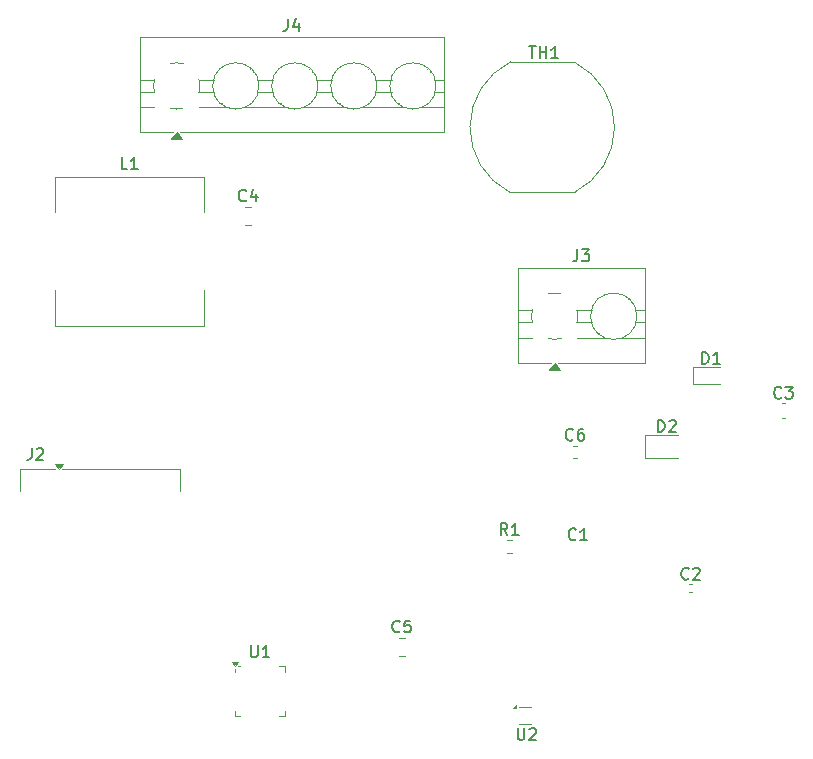
<source format=gbr>
%TF.GenerationSoftware,KiCad,Pcbnew,9.0.0*%
%TF.CreationDate,2025-03-31T12:00:39+05:30*%
%TF.ProjectId,ass kicad,61737320-6b69-4636-9164-2e6b69636164,rev?*%
%TF.SameCoordinates,Original*%
%TF.FileFunction,Legend,Top*%
%TF.FilePolarity,Positive*%
%FSLAX46Y46*%
G04 Gerber Fmt 4.6, Leading zero omitted, Abs format (unit mm)*
G04 Created by KiCad (PCBNEW 9.0.0) date 2025-03-31 12:00:39*
%MOMM*%
%LPD*%
G01*
G04 APERTURE LIST*
%ADD10C,0.150000*%
%ADD11C,0.120000*%
G04 APERTURE END LIST*
D10*
X158058333Y-94429580D02*
X158010714Y-94477200D01*
X158010714Y-94477200D02*
X157867857Y-94524819D01*
X157867857Y-94524819D02*
X157772619Y-94524819D01*
X157772619Y-94524819D02*
X157629762Y-94477200D01*
X157629762Y-94477200D02*
X157534524Y-94381961D01*
X157534524Y-94381961D02*
X157486905Y-94286723D01*
X157486905Y-94286723D02*
X157439286Y-94096247D01*
X157439286Y-94096247D02*
X157439286Y-93953390D01*
X157439286Y-93953390D02*
X157486905Y-93762914D01*
X157486905Y-93762914D02*
X157534524Y-93667676D01*
X157534524Y-93667676D02*
X157629762Y-93572438D01*
X157629762Y-93572438D02*
X157772619Y-93524819D01*
X157772619Y-93524819D02*
X157867857Y-93524819D01*
X157867857Y-93524819D02*
X158010714Y-93572438D01*
X158010714Y-93572438D02*
X158058333Y-93620057D01*
X158915476Y-93524819D02*
X158725000Y-93524819D01*
X158725000Y-93524819D02*
X158629762Y-93572438D01*
X158629762Y-93572438D02*
X158582143Y-93620057D01*
X158582143Y-93620057D02*
X158486905Y-93762914D01*
X158486905Y-93762914D02*
X158439286Y-93953390D01*
X158439286Y-93953390D02*
X158439286Y-94334342D01*
X158439286Y-94334342D02*
X158486905Y-94429580D01*
X158486905Y-94429580D02*
X158534524Y-94477200D01*
X158534524Y-94477200D02*
X158629762Y-94524819D01*
X158629762Y-94524819D02*
X158820238Y-94524819D01*
X158820238Y-94524819D02*
X158915476Y-94477200D01*
X158915476Y-94477200D02*
X158963095Y-94429580D01*
X158963095Y-94429580D02*
X159010714Y-94334342D01*
X159010714Y-94334342D02*
X159010714Y-94096247D01*
X159010714Y-94096247D02*
X158963095Y-94001009D01*
X158963095Y-94001009D02*
X158915476Y-93953390D01*
X158915476Y-93953390D02*
X158820238Y-93905771D01*
X158820238Y-93905771D02*
X158629762Y-93905771D01*
X158629762Y-93905771D02*
X158534524Y-93953390D01*
X158534524Y-93953390D02*
X158486905Y-94001009D01*
X158486905Y-94001009D02*
X158439286Y-94096247D01*
X158416666Y-78334819D02*
X158416666Y-79049104D01*
X158416666Y-79049104D02*
X158369047Y-79191961D01*
X158369047Y-79191961D02*
X158273809Y-79287200D01*
X158273809Y-79287200D02*
X158130952Y-79334819D01*
X158130952Y-79334819D02*
X158035714Y-79334819D01*
X158797619Y-78334819D02*
X159416666Y-78334819D01*
X159416666Y-78334819D02*
X159083333Y-78715771D01*
X159083333Y-78715771D02*
X159226190Y-78715771D01*
X159226190Y-78715771D02*
X159321428Y-78763390D01*
X159321428Y-78763390D02*
X159369047Y-78811009D01*
X159369047Y-78811009D02*
X159416666Y-78906247D01*
X159416666Y-78906247D02*
X159416666Y-79144342D01*
X159416666Y-79144342D02*
X159369047Y-79239580D01*
X159369047Y-79239580D02*
X159321428Y-79287200D01*
X159321428Y-79287200D02*
X159226190Y-79334819D01*
X159226190Y-79334819D02*
X158940476Y-79334819D01*
X158940476Y-79334819D02*
X158845238Y-79287200D01*
X158845238Y-79287200D02*
X158797619Y-79239580D01*
X175705833Y-90869580D02*
X175658214Y-90917200D01*
X175658214Y-90917200D02*
X175515357Y-90964819D01*
X175515357Y-90964819D02*
X175420119Y-90964819D01*
X175420119Y-90964819D02*
X175277262Y-90917200D01*
X175277262Y-90917200D02*
X175182024Y-90821961D01*
X175182024Y-90821961D02*
X175134405Y-90726723D01*
X175134405Y-90726723D02*
X175086786Y-90536247D01*
X175086786Y-90536247D02*
X175086786Y-90393390D01*
X175086786Y-90393390D02*
X175134405Y-90202914D01*
X175134405Y-90202914D02*
X175182024Y-90107676D01*
X175182024Y-90107676D02*
X175277262Y-90012438D01*
X175277262Y-90012438D02*
X175420119Y-89964819D01*
X175420119Y-89964819D02*
X175515357Y-89964819D01*
X175515357Y-89964819D02*
X175658214Y-90012438D01*
X175658214Y-90012438D02*
X175705833Y-90060057D01*
X176039167Y-89964819D02*
X176658214Y-89964819D01*
X176658214Y-89964819D02*
X176324881Y-90345771D01*
X176324881Y-90345771D02*
X176467738Y-90345771D01*
X176467738Y-90345771D02*
X176562976Y-90393390D01*
X176562976Y-90393390D02*
X176610595Y-90441009D01*
X176610595Y-90441009D02*
X176658214Y-90536247D01*
X176658214Y-90536247D02*
X176658214Y-90774342D01*
X176658214Y-90774342D02*
X176610595Y-90869580D01*
X176610595Y-90869580D02*
X176562976Y-90917200D01*
X176562976Y-90917200D02*
X176467738Y-90964819D01*
X176467738Y-90964819D02*
X176182024Y-90964819D01*
X176182024Y-90964819D02*
X176086786Y-90917200D01*
X176086786Y-90917200D02*
X176039167Y-90869580D01*
X120333333Y-71554819D02*
X119857143Y-71554819D01*
X119857143Y-71554819D02*
X119857143Y-70554819D01*
X121190476Y-71554819D02*
X120619048Y-71554819D01*
X120904762Y-71554819D02*
X120904762Y-70554819D01*
X120904762Y-70554819D02*
X120809524Y-70697676D01*
X120809524Y-70697676D02*
X120714286Y-70792914D01*
X120714286Y-70792914D02*
X120619048Y-70840533D01*
X153363095Y-118879819D02*
X153363095Y-119689342D01*
X153363095Y-119689342D02*
X153410714Y-119784580D01*
X153410714Y-119784580D02*
X153458333Y-119832200D01*
X153458333Y-119832200D02*
X153553571Y-119879819D01*
X153553571Y-119879819D02*
X153744047Y-119879819D01*
X153744047Y-119879819D02*
X153839285Y-119832200D01*
X153839285Y-119832200D02*
X153886904Y-119784580D01*
X153886904Y-119784580D02*
X153934523Y-119689342D01*
X153934523Y-119689342D02*
X153934523Y-118879819D01*
X154363095Y-118975057D02*
X154410714Y-118927438D01*
X154410714Y-118927438D02*
X154505952Y-118879819D01*
X154505952Y-118879819D02*
X154744047Y-118879819D01*
X154744047Y-118879819D02*
X154839285Y-118927438D01*
X154839285Y-118927438D02*
X154886904Y-118975057D01*
X154886904Y-118975057D02*
X154934523Y-119070295D01*
X154934523Y-119070295D02*
X154934523Y-119165533D01*
X154934523Y-119165533D02*
X154886904Y-119308390D01*
X154886904Y-119308390D02*
X154315476Y-119879819D01*
X154315476Y-119879819D02*
X154934523Y-119879819D01*
X112216666Y-95172319D02*
X112216666Y-95886604D01*
X112216666Y-95886604D02*
X112169047Y-96029461D01*
X112169047Y-96029461D02*
X112073809Y-96124700D01*
X112073809Y-96124700D02*
X111930952Y-96172319D01*
X111930952Y-96172319D02*
X111835714Y-96172319D01*
X112645238Y-95267557D02*
X112692857Y-95219938D01*
X112692857Y-95219938D02*
X112788095Y-95172319D01*
X112788095Y-95172319D02*
X113026190Y-95172319D01*
X113026190Y-95172319D02*
X113121428Y-95219938D01*
X113121428Y-95219938D02*
X113169047Y-95267557D01*
X113169047Y-95267557D02*
X113216666Y-95362795D01*
X113216666Y-95362795D02*
X113216666Y-95458033D01*
X113216666Y-95458033D02*
X113169047Y-95600890D01*
X113169047Y-95600890D02*
X112597619Y-96172319D01*
X112597619Y-96172319D02*
X113216666Y-96172319D01*
X154314286Y-61154819D02*
X154885714Y-61154819D01*
X154600000Y-62154819D02*
X154600000Y-61154819D01*
X155219048Y-62154819D02*
X155219048Y-61154819D01*
X155219048Y-61631009D02*
X155790476Y-61631009D01*
X155790476Y-62154819D02*
X155790476Y-61154819D01*
X156790476Y-62154819D02*
X156219048Y-62154819D01*
X156504762Y-62154819D02*
X156504762Y-61154819D01*
X156504762Y-61154819D02*
X156409524Y-61297676D01*
X156409524Y-61297676D02*
X156314286Y-61392914D01*
X156314286Y-61392914D02*
X156219048Y-61440533D01*
X143383333Y-110679580D02*
X143335714Y-110727200D01*
X143335714Y-110727200D02*
X143192857Y-110774819D01*
X143192857Y-110774819D02*
X143097619Y-110774819D01*
X143097619Y-110774819D02*
X142954762Y-110727200D01*
X142954762Y-110727200D02*
X142859524Y-110631961D01*
X142859524Y-110631961D02*
X142811905Y-110536723D01*
X142811905Y-110536723D02*
X142764286Y-110346247D01*
X142764286Y-110346247D02*
X142764286Y-110203390D01*
X142764286Y-110203390D02*
X142811905Y-110012914D01*
X142811905Y-110012914D02*
X142859524Y-109917676D01*
X142859524Y-109917676D02*
X142954762Y-109822438D01*
X142954762Y-109822438D02*
X143097619Y-109774819D01*
X143097619Y-109774819D02*
X143192857Y-109774819D01*
X143192857Y-109774819D02*
X143335714Y-109822438D01*
X143335714Y-109822438D02*
X143383333Y-109870057D01*
X144288095Y-109774819D02*
X143811905Y-109774819D01*
X143811905Y-109774819D02*
X143764286Y-110251009D01*
X143764286Y-110251009D02*
X143811905Y-110203390D01*
X143811905Y-110203390D02*
X143907143Y-110155771D01*
X143907143Y-110155771D02*
X144145238Y-110155771D01*
X144145238Y-110155771D02*
X144240476Y-110203390D01*
X144240476Y-110203390D02*
X144288095Y-110251009D01*
X144288095Y-110251009D02*
X144335714Y-110346247D01*
X144335714Y-110346247D02*
X144335714Y-110584342D01*
X144335714Y-110584342D02*
X144288095Y-110679580D01*
X144288095Y-110679580D02*
X144240476Y-110727200D01*
X144240476Y-110727200D02*
X144145238Y-110774819D01*
X144145238Y-110774819D02*
X143907143Y-110774819D01*
X143907143Y-110774819D02*
X143811905Y-110727200D01*
X143811905Y-110727200D02*
X143764286Y-110679580D01*
X168974405Y-88024819D02*
X168974405Y-87024819D01*
X168974405Y-87024819D02*
X169212500Y-87024819D01*
X169212500Y-87024819D02*
X169355357Y-87072438D01*
X169355357Y-87072438D02*
X169450595Y-87167676D01*
X169450595Y-87167676D02*
X169498214Y-87262914D01*
X169498214Y-87262914D02*
X169545833Y-87453390D01*
X169545833Y-87453390D02*
X169545833Y-87596247D01*
X169545833Y-87596247D02*
X169498214Y-87786723D01*
X169498214Y-87786723D02*
X169450595Y-87881961D01*
X169450595Y-87881961D02*
X169355357Y-87977200D01*
X169355357Y-87977200D02*
X169212500Y-88024819D01*
X169212500Y-88024819D02*
X168974405Y-88024819D01*
X170498214Y-88024819D02*
X169926786Y-88024819D01*
X170212500Y-88024819D02*
X170212500Y-87024819D01*
X170212500Y-87024819D02*
X170117262Y-87167676D01*
X170117262Y-87167676D02*
X170022024Y-87262914D01*
X170022024Y-87262914D02*
X169926786Y-87310533D01*
X130775595Y-111874819D02*
X130775595Y-112684342D01*
X130775595Y-112684342D02*
X130823214Y-112779580D01*
X130823214Y-112779580D02*
X130870833Y-112827200D01*
X130870833Y-112827200D02*
X130966071Y-112874819D01*
X130966071Y-112874819D02*
X131156547Y-112874819D01*
X131156547Y-112874819D02*
X131251785Y-112827200D01*
X131251785Y-112827200D02*
X131299404Y-112779580D01*
X131299404Y-112779580D02*
X131347023Y-112684342D01*
X131347023Y-112684342D02*
X131347023Y-111874819D01*
X132347023Y-112874819D02*
X131775595Y-112874819D01*
X132061309Y-112874819D02*
X132061309Y-111874819D01*
X132061309Y-111874819D02*
X131966071Y-112017676D01*
X131966071Y-112017676D02*
X131870833Y-112112914D01*
X131870833Y-112112914D02*
X131775595Y-112160533D01*
X167853333Y-106199580D02*
X167805714Y-106247200D01*
X167805714Y-106247200D02*
X167662857Y-106294819D01*
X167662857Y-106294819D02*
X167567619Y-106294819D01*
X167567619Y-106294819D02*
X167424762Y-106247200D01*
X167424762Y-106247200D02*
X167329524Y-106151961D01*
X167329524Y-106151961D02*
X167281905Y-106056723D01*
X167281905Y-106056723D02*
X167234286Y-105866247D01*
X167234286Y-105866247D02*
X167234286Y-105723390D01*
X167234286Y-105723390D02*
X167281905Y-105532914D01*
X167281905Y-105532914D02*
X167329524Y-105437676D01*
X167329524Y-105437676D02*
X167424762Y-105342438D01*
X167424762Y-105342438D02*
X167567619Y-105294819D01*
X167567619Y-105294819D02*
X167662857Y-105294819D01*
X167662857Y-105294819D02*
X167805714Y-105342438D01*
X167805714Y-105342438D02*
X167853333Y-105390057D01*
X168234286Y-105390057D02*
X168281905Y-105342438D01*
X168281905Y-105342438D02*
X168377143Y-105294819D01*
X168377143Y-105294819D02*
X168615238Y-105294819D01*
X168615238Y-105294819D02*
X168710476Y-105342438D01*
X168710476Y-105342438D02*
X168758095Y-105390057D01*
X168758095Y-105390057D02*
X168805714Y-105485295D01*
X168805714Y-105485295D02*
X168805714Y-105580533D01*
X168805714Y-105580533D02*
X168758095Y-105723390D01*
X168758095Y-105723390D02*
X168186667Y-106294819D01*
X168186667Y-106294819D02*
X168805714Y-106294819D01*
X130383333Y-74179580D02*
X130335714Y-74227200D01*
X130335714Y-74227200D02*
X130192857Y-74274819D01*
X130192857Y-74274819D02*
X130097619Y-74274819D01*
X130097619Y-74274819D02*
X129954762Y-74227200D01*
X129954762Y-74227200D02*
X129859524Y-74131961D01*
X129859524Y-74131961D02*
X129811905Y-74036723D01*
X129811905Y-74036723D02*
X129764286Y-73846247D01*
X129764286Y-73846247D02*
X129764286Y-73703390D01*
X129764286Y-73703390D02*
X129811905Y-73512914D01*
X129811905Y-73512914D02*
X129859524Y-73417676D01*
X129859524Y-73417676D02*
X129954762Y-73322438D01*
X129954762Y-73322438D02*
X130097619Y-73274819D01*
X130097619Y-73274819D02*
X130192857Y-73274819D01*
X130192857Y-73274819D02*
X130335714Y-73322438D01*
X130335714Y-73322438D02*
X130383333Y-73370057D01*
X131240476Y-73608152D02*
X131240476Y-74274819D01*
X131002381Y-73227200D02*
X130764286Y-73941485D01*
X130764286Y-73941485D02*
X131383333Y-73941485D01*
X158293333Y-102869580D02*
X158245714Y-102917200D01*
X158245714Y-102917200D02*
X158102857Y-102964819D01*
X158102857Y-102964819D02*
X158007619Y-102964819D01*
X158007619Y-102964819D02*
X157864762Y-102917200D01*
X157864762Y-102917200D02*
X157769524Y-102821961D01*
X157769524Y-102821961D02*
X157721905Y-102726723D01*
X157721905Y-102726723D02*
X157674286Y-102536247D01*
X157674286Y-102536247D02*
X157674286Y-102393390D01*
X157674286Y-102393390D02*
X157721905Y-102202914D01*
X157721905Y-102202914D02*
X157769524Y-102107676D01*
X157769524Y-102107676D02*
X157864762Y-102012438D01*
X157864762Y-102012438D02*
X158007619Y-101964819D01*
X158007619Y-101964819D02*
X158102857Y-101964819D01*
X158102857Y-101964819D02*
X158245714Y-102012438D01*
X158245714Y-102012438D02*
X158293333Y-102060057D01*
X159245714Y-102964819D02*
X158674286Y-102964819D01*
X158960000Y-102964819D02*
X158960000Y-101964819D01*
X158960000Y-101964819D02*
X158864762Y-102107676D01*
X158864762Y-102107676D02*
X158769524Y-102202914D01*
X158769524Y-102202914D02*
X158674286Y-102250533D01*
X152508333Y-102524819D02*
X152175000Y-102048628D01*
X151936905Y-102524819D02*
X151936905Y-101524819D01*
X151936905Y-101524819D02*
X152317857Y-101524819D01*
X152317857Y-101524819D02*
X152413095Y-101572438D01*
X152413095Y-101572438D02*
X152460714Y-101620057D01*
X152460714Y-101620057D02*
X152508333Y-101715295D01*
X152508333Y-101715295D02*
X152508333Y-101858152D01*
X152508333Y-101858152D02*
X152460714Y-101953390D01*
X152460714Y-101953390D02*
X152413095Y-102001009D01*
X152413095Y-102001009D02*
X152317857Y-102048628D01*
X152317857Y-102048628D02*
X151936905Y-102048628D01*
X153460714Y-102524819D02*
X152889286Y-102524819D01*
X153175000Y-102524819D02*
X153175000Y-101524819D01*
X153175000Y-101524819D02*
X153079762Y-101667676D01*
X153079762Y-101667676D02*
X152984524Y-101762914D01*
X152984524Y-101762914D02*
X152889286Y-101810533D01*
X133916666Y-58834819D02*
X133916666Y-59549104D01*
X133916666Y-59549104D02*
X133869047Y-59691961D01*
X133869047Y-59691961D02*
X133773809Y-59787200D01*
X133773809Y-59787200D02*
X133630952Y-59834819D01*
X133630952Y-59834819D02*
X133535714Y-59834819D01*
X134821428Y-59168152D02*
X134821428Y-59834819D01*
X134583333Y-58787200D02*
X134345238Y-59501485D01*
X134345238Y-59501485D02*
X134964285Y-59501485D01*
X165236905Y-93804819D02*
X165236905Y-92804819D01*
X165236905Y-92804819D02*
X165475000Y-92804819D01*
X165475000Y-92804819D02*
X165617857Y-92852438D01*
X165617857Y-92852438D02*
X165713095Y-92947676D01*
X165713095Y-92947676D02*
X165760714Y-93042914D01*
X165760714Y-93042914D02*
X165808333Y-93233390D01*
X165808333Y-93233390D02*
X165808333Y-93376247D01*
X165808333Y-93376247D02*
X165760714Y-93566723D01*
X165760714Y-93566723D02*
X165713095Y-93661961D01*
X165713095Y-93661961D02*
X165617857Y-93757200D01*
X165617857Y-93757200D02*
X165475000Y-93804819D01*
X165475000Y-93804819D02*
X165236905Y-93804819D01*
X166189286Y-92900057D02*
X166236905Y-92852438D01*
X166236905Y-92852438D02*
X166332143Y-92804819D01*
X166332143Y-92804819D02*
X166570238Y-92804819D01*
X166570238Y-92804819D02*
X166665476Y-92852438D01*
X166665476Y-92852438D02*
X166713095Y-92900057D01*
X166713095Y-92900057D02*
X166760714Y-92995295D01*
X166760714Y-92995295D02*
X166760714Y-93090533D01*
X166760714Y-93090533D02*
X166713095Y-93233390D01*
X166713095Y-93233390D02*
X166141667Y-93804819D01*
X166141667Y-93804819D02*
X166760714Y-93804819D01*
D11*
%TO.C,C6*%
X158084420Y-94990000D02*
X158365580Y-94990000D01*
X158084420Y-96010000D02*
X158365580Y-96010000D01*
%TO.C,J3*%
X153380000Y-79880000D02*
X153380000Y-87920000D01*
X153380000Y-79880000D02*
X164120000Y-79880000D01*
X153380000Y-83500000D02*
X154620000Y-83500000D01*
X153380000Y-84500000D02*
X154620000Y-84500000D01*
X153380000Y-85800000D02*
X154620000Y-85800000D01*
X153380000Y-87920000D02*
X156200000Y-87920000D01*
X156800000Y-87920000D02*
X164120000Y-87920000D01*
X158380000Y-83500000D02*
X159688000Y-83500000D01*
X158380000Y-84500000D02*
X159688000Y-84500000D01*
X158380000Y-85800000D02*
X160957000Y-85800000D01*
X160056000Y-85204000D02*
X160013000Y-85247000D01*
X160295000Y-85443000D02*
X160252000Y-85486000D01*
X162043000Y-85800000D02*
X164120000Y-85800000D01*
X162747000Y-82514000D02*
X162704000Y-82557000D01*
X162987000Y-82753000D02*
X162944000Y-82796000D01*
X163312000Y-83500000D02*
X164120000Y-83500000D01*
X163312000Y-84500000D02*
X164120000Y-84500000D01*
X164120000Y-79880000D02*
X164120000Y-87920000D01*
X154620000Y-84554000D02*
G75*
G02*
X154620139Y-83445528I1879990J554000D01*
G01*
X155946000Y-82120000D02*
G75*
G02*
X157054472Y-82120139I554000J-1880000D01*
G01*
X157054000Y-85880000D02*
G75*
G02*
X155945528Y-85879861I-554000J1879990D01*
G01*
X158380000Y-83446000D02*
G75*
G02*
X158379861Y-84554472I-1880000J-554000D01*
G01*
X163460000Y-84000000D02*
G75*
G02*
X159540000Y-84000000I-1960000J0D01*
G01*
X159540000Y-84000000D02*
G75*
G02*
X163460000Y-84000000I1960000J0D01*
G01*
X156940000Y-88530000D02*
X156060000Y-88530000D01*
X156500000Y-87920000D01*
X156940000Y-88530000D01*
G36*
X156940000Y-88530000D02*
G01*
X156060000Y-88530000D01*
X156500000Y-87920000D01*
X156940000Y-88530000D01*
G37*
%TO.C,C3*%
X175770531Y-91380000D02*
X175974469Y-91380000D01*
X175770531Y-92620000D02*
X175974469Y-92620000D01*
%TO.C,L1*%
X114200000Y-72200000D02*
X126800000Y-72200000D01*
X114200000Y-75200000D02*
X114200000Y-72200000D01*
X114200000Y-84800000D02*
X114200000Y-81800000D01*
X126800000Y-72200000D02*
X126800000Y-75200000D01*
X126800000Y-81800000D02*
X126800000Y-84800000D01*
X126800000Y-84800000D02*
X114200000Y-84800000D01*
%TO.C,U2*%
X153515000Y-118545000D02*
X154515000Y-118545000D01*
X154515000Y-117105000D02*
X153515000Y-117105000D01*
X153225000Y-117185000D02*
X152945000Y-117185000D01*
X153225000Y-116905000D01*
X153225000Y-117185000D01*
G36*
X153225000Y-117185000D02*
G01*
X152945000Y-117185000D01*
X153225000Y-116905000D01*
X153225000Y-117185000D01*
G37*
%TO.C,J2*%
X111240000Y-96947500D02*
X114200000Y-96947500D01*
X111240000Y-98767500D02*
X111240000Y-96947500D01*
X114800000Y-96947500D02*
X124760000Y-96947500D01*
X124760000Y-98767500D02*
X124760000Y-96947500D01*
X114500000Y-96947500D02*
X114160000Y-96477500D01*
X114840000Y-96477500D01*
X114500000Y-96947500D01*
G36*
X114500000Y-96947500D02*
G01*
X114160000Y-96477500D01*
X114840000Y-96477500D01*
X114500000Y-96947500D01*
G37*
%TO.C,TH1*%
X152800000Y-62500000D02*
X158200000Y-62500000D01*
X158200000Y-73500000D02*
X152700000Y-73500000D01*
X152700000Y-73500000D02*
G75*
G02*
X152780295Y-62459855I2800000J5500000D01*
G01*
X158200000Y-62500000D02*
G75*
G02*
X158160072Y-73520145I-2800000J-5500000D01*
G01*
%TO.C,C5*%
X143288748Y-111265000D02*
X143811252Y-111265000D01*
X143288748Y-112735000D02*
X143811252Y-112735000D01*
%TO.C,D1*%
X168227500Y-88265000D02*
X168227500Y-89735000D01*
X168227500Y-89735000D02*
X170512500Y-89735000D01*
X170512500Y-88265000D02*
X168227500Y-88265000D01*
%TO.C,U1*%
X129427500Y-114115000D02*
X129427500Y-113880000D01*
X129427500Y-117860000D02*
X129427500Y-117385000D01*
X129902500Y-113640000D02*
X129727500Y-113640000D01*
X129902500Y-117860000D02*
X129427500Y-117860000D01*
X133172500Y-113640000D02*
X133647500Y-113640000D01*
X133172500Y-117860000D02*
X133647500Y-117860000D01*
X133647500Y-113640000D02*
X133647500Y-114115000D01*
X133647500Y-117860000D02*
X133647500Y-117385000D01*
X129427500Y-113640000D02*
X129187500Y-113310000D01*
X129667500Y-113310000D01*
X129427500Y-113640000D01*
G36*
X129427500Y-113640000D02*
G01*
X129187500Y-113310000D01*
X129667500Y-113310000D01*
X129427500Y-113640000D01*
G37*
%TO.C,C2*%
X167912164Y-106640000D02*
X168127836Y-106640000D01*
X167912164Y-107360000D02*
X168127836Y-107360000D01*
%TO.C,C4*%
X130288748Y-74765000D02*
X130811252Y-74765000D01*
X130288748Y-76235000D02*
X130811252Y-76235000D01*
%TO.C,R1*%
X152437742Y-102977500D02*
X152912258Y-102977500D01*
X152437742Y-104022500D02*
X152912258Y-104022500D01*
%TO.C,J4*%
X121380000Y-60380000D02*
X121380000Y-68420000D01*
X121380000Y-60380000D02*
X147120000Y-60380000D01*
X121380000Y-64000000D02*
X122620000Y-64000000D01*
X121380000Y-65000000D02*
X122620000Y-65000000D01*
X121380000Y-66300000D02*
X122620000Y-66300000D01*
X121380000Y-68420000D02*
X124200000Y-68420000D01*
X124800000Y-68420000D02*
X147120000Y-68420000D01*
X126380000Y-64000000D02*
X127688000Y-64000000D01*
X126380000Y-65000000D02*
X127688000Y-65000000D01*
X126380000Y-66300000D02*
X128957000Y-66300000D01*
X128056000Y-65704000D02*
X128013000Y-65747000D01*
X128295000Y-65943000D02*
X128252000Y-65986000D01*
X130043000Y-66300000D02*
X133957000Y-66300000D01*
X130747000Y-63014000D02*
X130704000Y-63057000D01*
X130987000Y-63253000D02*
X130944000Y-63296000D01*
X131312000Y-64000000D02*
X132688000Y-64000000D01*
X131312000Y-65000000D02*
X132688000Y-65000000D01*
X133056000Y-65704000D02*
X133013000Y-65747000D01*
X133295000Y-65943000D02*
X133252000Y-65986000D01*
X135043000Y-66300000D02*
X138957000Y-66300000D01*
X135747000Y-63014000D02*
X135704000Y-63057000D01*
X135987000Y-63253000D02*
X135944000Y-63296000D01*
X136312000Y-64000000D02*
X137688000Y-64000000D01*
X136312000Y-65000000D02*
X137688000Y-65000000D01*
X138056000Y-65704000D02*
X138013000Y-65747000D01*
X138295000Y-65943000D02*
X138252000Y-65986000D01*
X140043000Y-66300000D02*
X143957000Y-66300000D01*
X140747000Y-63014000D02*
X140704000Y-63057000D01*
X140987000Y-63253000D02*
X140944000Y-63296000D01*
X141312000Y-64000000D02*
X142688000Y-64000000D01*
X141312000Y-65000000D02*
X142688000Y-65000000D01*
X143056000Y-65704000D02*
X143013000Y-65747000D01*
X143295000Y-65943000D02*
X143252000Y-65986000D01*
X145043000Y-66300000D02*
X147120000Y-66300000D01*
X145747000Y-63014000D02*
X145704000Y-63057000D01*
X145987000Y-63253000D02*
X145944000Y-63296000D01*
X146312000Y-64000000D02*
X147120000Y-64000000D01*
X146312000Y-65000000D02*
X147120000Y-65000000D01*
X147120000Y-60380000D02*
X147120000Y-68420000D01*
X122620000Y-65054000D02*
G75*
G02*
X122620139Y-63945528I1879990J554000D01*
G01*
X123946000Y-62620000D02*
G75*
G02*
X125054472Y-62620139I554000J-1880000D01*
G01*
X125054000Y-66380000D02*
G75*
G02*
X123945528Y-66379861I-554000J1879990D01*
G01*
X126380000Y-63946000D02*
G75*
G02*
X126379861Y-65054472I-1880000J-554000D01*
G01*
X131460000Y-64500000D02*
G75*
G02*
X127540000Y-64500000I-1960000J0D01*
G01*
X127540000Y-64500000D02*
G75*
G02*
X131460000Y-64500000I1960000J0D01*
G01*
X136460000Y-64500000D02*
G75*
G02*
X132540000Y-64500000I-1960000J0D01*
G01*
X132540000Y-64500000D02*
G75*
G02*
X136460000Y-64500000I1960000J0D01*
G01*
X141460000Y-64500000D02*
G75*
G02*
X137540000Y-64500000I-1960000J0D01*
G01*
X137540000Y-64500000D02*
G75*
G02*
X141460000Y-64500000I1960000J0D01*
G01*
X146460000Y-64500000D02*
G75*
G02*
X142540000Y-64500000I-1960000J0D01*
G01*
X142540000Y-64500000D02*
G75*
G02*
X146460000Y-64500000I1960000J0D01*
G01*
X124940000Y-69030000D02*
X124060000Y-69030000D01*
X124500000Y-68420000D01*
X124940000Y-69030000D01*
G36*
X124940000Y-69030000D02*
G01*
X124060000Y-69030000D01*
X124500000Y-68420000D01*
X124940000Y-69030000D01*
G37*
%TO.C,D2*%
X164115000Y-94040000D02*
X164115000Y-95960000D01*
X164115000Y-95960000D02*
X166975000Y-95960000D01*
X166975000Y-94040000D02*
X164115000Y-94040000D01*
%TD*%
M02*

</source>
